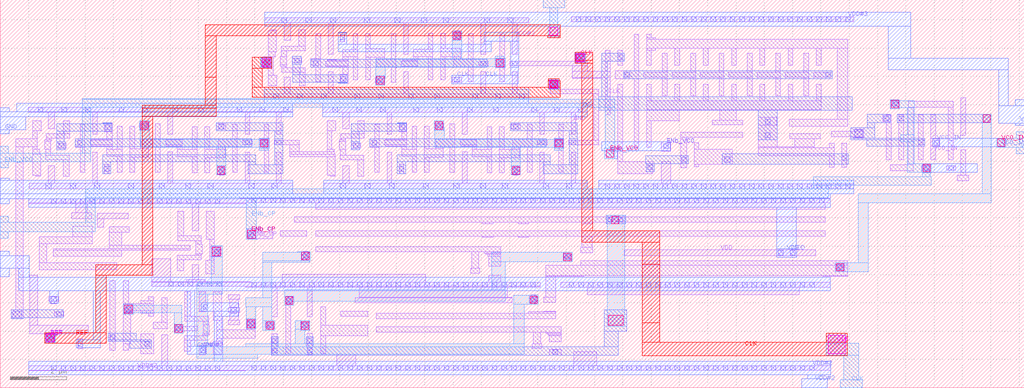
<source format=lef>
VERSION 5.7 ;
  NOWIREEXTENSIONATPIN ON ;
  DIVIDERCHAR "/" ;
  BUSBITCHARS "[]" ;
MACRO user_proj_example
  CLASS CORE ;
  FOREIGN user_proj_example ;
  ORIGIN 0.000 0.000 ;
  SIZE 36.180 BY 13.710 ;
  SITE unithddb1 ;
  PIN GND
    DIRECTION INOUT ;
    USE GROUND ;
    PORT
      LAYER li1 ;
        RECT 10.030 10.380 10.250 10.970 ;
        RECT 11.590 10.380 11.760 11.170 ;
        RECT 14.250 10.380 14.420 11.160 ;
        RECT 16.980 10.380 17.150 11.170 ;
        RECT 18.090 10.380 18.260 11.170 ;
        RECT 9.320 10.210 18.670 10.380 ;
        RECT 0.990 9.740 10.340 9.910 ;
        RECT 11.400 9.740 20.750 9.910 ;
        RECT 1.700 9.150 1.920 9.740 ;
        RECT 3.260 8.950 3.430 9.740 ;
        RECT 5.920 8.960 6.090 9.740 ;
        RECT 8.650 8.950 8.820 9.740 ;
        RECT 9.760 8.950 9.930 9.740 ;
        RECT 12.110 9.150 12.330 9.740 ;
        RECT 13.670 8.950 13.840 9.740 ;
        RECT 16.330 8.960 16.500 9.740 ;
        RECT 19.060 8.950 19.230 9.740 ;
        RECT 20.170 8.950 20.340 9.740 ;
      LAYER mcon ;
        RECT 9.670 10.210 9.840 10.380 ;
        RECT 10.510 10.210 10.680 10.380 ;
        RECT 11.350 10.210 11.520 10.380 ;
        RECT 12.530 10.210 12.700 10.380 ;
        RECT 13.370 10.210 13.540 10.380 ;
        RECT 14.430 10.210 14.600 10.380 ;
        RECT 15.350 10.210 15.520 10.380 ;
        RECT 16.700 10.210 16.870 10.380 ;
        RECT 17.500 10.210 17.670 10.380 ;
        RECT 18.340 10.210 18.510 10.380 ;
        RECT 1.340 9.740 1.510 9.910 ;
        RECT 2.180 9.740 2.350 9.910 ;
        RECT 3.020 9.740 3.190 9.910 ;
        RECT 4.200 9.740 4.370 9.910 ;
        RECT 5.040 9.740 5.210 9.910 ;
        RECT 6.100 9.740 6.270 9.910 ;
        RECT 7.020 9.740 7.190 9.910 ;
        RECT 8.370 9.740 8.540 9.910 ;
        RECT 9.170 9.740 9.340 9.910 ;
        RECT 10.010 9.740 10.180 9.910 ;
        RECT 11.750 9.740 11.920 9.910 ;
        RECT 12.590 9.740 12.760 9.910 ;
        RECT 13.430 9.740 13.600 9.910 ;
        RECT 14.610 9.740 14.780 9.910 ;
        RECT 15.450 9.740 15.620 9.910 ;
        RECT 16.510 9.740 16.680 9.910 ;
        RECT 17.430 9.740 17.600 9.910 ;
        RECT 18.780 9.740 18.950 9.910 ;
        RECT 19.580 9.740 19.750 9.910 ;
        RECT 20.420 9.740 20.590 9.910 ;
      LAYER met1 ;
        RECT 9.320 10.060 18.670 10.540 ;
        RECT 0.000 9.750 0.310 9.890 ;
        RECT 0.590 9.750 10.340 10.060 ;
        RECT 0.000 9.580 10.340 9.750 ;
        RECT 11.400 9.580 20.750 10.060 ;
        RECT 0.000 9.120 0.900 9.580 ;
        RECT 0.000 8.980 0.310 9.120 ;
    END
  END GND
  PIN VDD
    DIRECTION INOUT ;
    USE POWER ;
    PORT
      LAYER li1 ;
        RECT 33.940 8.930 34.110 10.240 ;
        RECT 1.700 7.230 1.930 7.840 ;
        RECT 3.260 7.230 3.430 8.330 ;
        RECT 5.920 7.230 6.090 8.340 ;
        RECT 8.650 7.230 8.820 8.330 ;
        RECT 9.760 7.230 9.930 8.330 ;
        RECT 12.110 7.230 12.340 7.840 ;
        RECT 13.670 7.230 13.840 8.330 ;
        RECT 16.330 7.230 16.500 8.340 ;
        RECT 19.060 7.230 19.230 8.330 ;
        RECT 20.170 7.230 20.340 8.330 ;
        RECT 1.020 7.040 10.340 7.230 ;
        RECT 11.430 7.040 20.750 7.230 ;
        RECT 23.360 7.210 23.700 7.990 ;
        RECT 21.140 7.040 30.160 7.210 ;
        RECT 8.470 6.680 29.330 6.700 ;
        RECT 1.010 6.530 29.330 6.680 ;
        RECT 1.010 6.510 8.680 6.530 ;
        RECT 2.660 6.180 3.080 6.510 ;
        RECT 2.520 5.970 3.230 6.180 ;
        RECT 6.780 5.540 7.010 6.510 ;
        RECT 11.150 6.310 29.150 6.530 ;
        RECT 22.050 4.660 28.820 4.870 ;
      LAYER mcon ;
        RECT 1.610 7.040 1.800 7.230 ;
        RECT 2.470 7.040 2.660 7.230 ;
        RECT 3.330 7.040 3.520 7.230 ;
        RECT 4.530 7.040 4.720 7.230 ;
        RECT 5.610 7.040 5.800 7.230 ;
        RECT 6.550 7.040 6.740 7.230 ;
        RECT 7.330 7.040 7.520 7.230 ;
        RECT 8.780 7.040 8.970 7.230 ;
        RECT 9.600 7.040 9.790 7.230 ;
        RECT 12.020 7.040 12.210 7.230 ;
        RECT 12.880 7.040 13.070 7.230 ;
        RECT 13.740 7.040 13.930 7.230 ;
        RECT 14.940 7.040 15.130 7.230 ;
        RECT 16.020 7.040 16.210 7.230 ;
        RECT 16.960 7.040 17.150 7.230 ;
        RECT 17.740 7.040 17.930 7.230 ;
        RECT 19.190 7.040 19.380 7.230 ;
        RECT 20.010 7.040 20.200 7.230 ;
        RECT 21.370 7.040 21.540 7.210 ;
        RECT 21.710 7.040 21.880 7.210 ;
        RECT 22.050 7.040 22.220 7.210 ;
        RECT 22.390 7.040 22.560 7.210 ;
        RECT 22.730 7.040 22.900 7.210 ;
        RECT 23.070 7.040 23.240 7.210 ;
        RECT 23.410 7.040 23.580 7.210 ;
        RECT 23.750 7.040 23.920 7.210 ;
        RECT 24.090 7.040 24.260 7.210 ;
        RECT 24.430 7.040 24.600 7.210 ;
        RECT 24.770 7.040 24.940 7.210 ;
        RECT 25.110 7.040 25.280 7.210 ;
        RECT 25.450 7.040 25.620 7.210 ;
        RECT 25.790 7.040 25.960 7.210 ;
        RECT 26.130 7.040 26.300 7.210 ;
        RECT 26.470 7.040 26.640 7.210 ;
        RECT 26.810 7.040 26.980 7.210 ;
        RECT 27.150 7.040 27.320 7.210 ;
        RECT 27.490 7.040 27.660 7.210 ;
        RECT 27.830 7.040 28.000 7.210 ;
        RECT 28.170 7.040 28.340 7.210 ;
        RECT 28.510 7.040 28.680 7.210 ;
        RECT 28.850 7.040 29.020 7.210 ;
        RECT 29.190 7.040 29.360 7.210 ;
        RECT 29.530 7.040 29.700 7.210 ;
        RECT 29.870 7.040 30.040 7.210 ;
        RECT 1.810 6.510 1.980 6.680 ;
        RECT 2.150 6.510 2.320 6.680 ;
        RECT 2.490 6.510 2.660 6.680 ;
        RECT 2.830 6.510 3.000 6.680 ;
        RECT 3.170 6.510 3.340 6.680 ;
        RECT 3.510 6.510 3.680 6.680 ;
        RECT 3.850 6.510 4.020 6.680 ;
        RECT 4.190 6.510 4.360 6.680 ;
        RECT 4.530 6.510 4.700 6.680 ;
        RECT 4.870 6.510 5.040 6.680 ;
        RECT 5.210 6.510 5.380 6.680 ;
        RECT 5.550 6.510 5.720 6.680 ;
        RECT 5.890 6.510 6.060 6.680 ;
        RECT 6.230 6.510 6.400 6.680 ;
        RECT 6.570 6.510 6.740 6.680 ;
        RECT 6.910 6.510 7.080 6.680 ;
        RECT 7.250 6.510 7.420 6.680 ;
        RECT 7.590 6.510 7.760 6.680 ;
        RECT 8.880 6.530 9.050 6.700 ;
        RECT 9.220 6.530 9.390 6.700 ;
        RECT 9.560 6.530 9.730 6.700 ;
        RECT 9.900 6.530 10.070 6.700 ;
        RECT 10.240 6.530 10.410 6.700 ;
        RECT 10.580 6.530 10.750 6.700 ;
        RECT 10.920 6.530 11.090 6.700 ;
        RECT 11.260 6.530 11.430 6.700 ;
        RECT 11.600 6.530 11.770 6.700 ;
        RECT 11.940 6.530 12.110 6.700 ;
        RECT 12.280 6.530 12.450 6.700 ;
        RECT 12.620 6.530 12.790 6.700 ;
        RECT 12.960 6.530 13.130 6.700 ;
        RECT 13.300 6.530 13.470 6.700 ;
        RECT 13.640 6.530 13.810 6.700 ;
        RECT 13.980 6.530 14.150 6.700 ;
        RECT 14.320 6.530 14.490 6.700 ;
        RECT 14.660 6.530 14.830 6.700 ;
        RECT 15.000 6.530 15.170 6.700 ;
        RECT 15.340 6.530 15.510 6.700 ;
        RECT 15.680 6.530 15.850 6.700 ;
        RECT 16.020 6.530 16.190 6.700 ;
        RECT 16.360 6.530 16.530 6.700 ;
        RECT 16.700 6.530 16.870 6.700 ;
        RECT 17.040 6.530 17.210 6.700 ;
        RECT 17.380 6.530 17.550 6.700 ;
        RECT 17.720 6.530 17.890 6.700 ;
        RECT 18.060 6.530 18.230 6.700 ;
        RECT 18.400 6.530 18.570 6.700 ;
        RECT 18.740 6.530 18.910 6.700 ;
        RECT 19.080 6.530 19.250 6.700 ;
        RECT 19.420 6.530 19.590 6.700 ;
        RECT 19.760 6.530 19.930 6.700 ;
        RECT 20.100 6.530 20.270 6.700 ;
        RECT 20.440 6.530 20.610 6.700 ;
        RECT 20.780 6.530 20.950 6.700 ;
        RECT 21.120 6.530 21.290 6.700 ;
        RECT 21.460 6.530 21.630 6.700 ;
        RECT 21.800 6.530 21.970 6.700 ;
        RECT 22.140 6.530 22.310 6.700 ;
        RECT 22.480 6.530 22.650 6.700 ;
        RECT 22.820 6.530 22.990 6.700 ;
        RECT 23.160 6.530 23.330 6.700 ;
        RECT 23.500 6.530 23.670 6.700 ;
        RECT 23.840 6.530 24.010 6.700 ;
        RECT 24.180 6.530 24.350 6.700 ;
        RECT 24.520 6.530 24.690 6.700 ;
        RECT 24.860 6.530 25.030 6.700 ;
        RECT 25.200 6.530 25.370 6.700 ;
        RECT 25.540 6.530 25.710 6.700 ;
        RECT 25.880 6.530 26.050 6.700 ;
        RECT 26.220 6.530 26.390 6.700 ;
        RECT 26.560 6.530 26.730 6.700 ;
        RECT 26.900 6.530 27.070 6.700 ;
        RECT 27.240 6.530 27.410 6.700 ;
        RECT 27.580 6.530 27.750 6.700 ;
        RECT 27.920 6.530 28.090 6.700 ;
        RECT 28.260 6.530 28.430 6.700 ;
        RECT 28.600 6.530 28.770 6.700 ;
        RECT 28.940 6.530 29.110 6.700 ;
        RECT 27.490 4.680 27.660 4.850 ;
        RECT 27.920 4.680 28.090 4.850 ;
      LAYER met1 ;
        RECT 0.000 7.340 0.310 7.410 ;
        RECT 0.000 6.860 10.340 7.340 ;
        RECT 11.430 7.030 20.750 7.340 ;
        RECT 21.140 7.030 30.160 7.340 ;
        RECT 11.430 6.860 30.160 7.030 ;
        RECT 0.000 6.670 29.330 6.860 ;
        RECT 0.000 6.500 0.320 6.670 ;
        RECT 1.010 6.380 29.330 6.670 ;
        RECT 27.430 4.920 28.130 6.380 ;
        RECT 27.430 4.620 28.150 4.920 ;
    END
  END VDD
  PIN ENb_CP
    DIRECTION INPUT ;
    USE SIGNAL ;
    ANTENNAGATEAREA 3.024000 ;
    PORT
      LAYER li1 ;
        RECT 31.440 9.940 31.770 10.110 ;
        RECT 32.570 7.660 32.900 7.870 ;
        RECT 33.440 7.680 33.770 7.850 ;
        RECT 8.740 5.520 9.100 5.610 ;
        RECT 8.740 5.510 9.610 5.520 ;
        RECT 8.740 5.270 9.630 5.510 ;
        RECT 8.740 5.260 9.610 5.270 ;
        RECT 8.740 5.250 9.100 5.260 ;
      LAYER mcon ;
        RECT 31.520 9.940 31.690 10.110 ;
        RECT 32.650 7.680 32.820 7.850 ;
        RECT 33.520 7.680 33.690 7.850 ;
        RECT 8.770 5.340 8.940 5.510 ;
      LAYER met1 ;
        RECT 31.450 9.860 31.770 10.180 ;
        RECT 32.580 7.910 32.900 7.920 ;
        RECT 32.580 7.610 34.530 7.910 ;
        RECT 32.580 7.600 32.900 7.610 ;
        RECT 8.690 5.250 9.040 5.610 ;
      LAYER via ;
        RECT 31.480 9.890 31.740 10.150 ;
        RECT 32.610 7.630 32.870 7.890 ;
        RECT 8.720 5.280 9.010 5.570 ;
      LAYER met2 ;
        RECT 31.450 10.140 31.770 10.180 ;
        RECT 31.450 9.890 32.300 10.140 ;
        RECT 31.450 9.860 31.770 9.890 ;
        RECT 32.050 8.940 32.300 9.890 ;
        RECT 31.820 8.700 32.300 8.940 ;
        RECT 32.050 7.910 32.300 8.700 ;
        RECT 32.580 7.910 32.900 7.920 ;
        RECT 32.050 7.610 32.900 7.910 ;
        RECT 32.580 7.600 32.900 7.610 ;
        RECT 32.590 7.450 32.870 7.600 ;
        RECT 28.720 7.150 32.890 7.450 ;
        RECT 28.720 7.030 29.250 7.150 ;
        RECT 3.020 6.710 29.250 7.030 ;
        RECT 0.000 5.840 0.280 6.060 ;
        RECT 3.020 5.840 3.350 6.710 ;
        RECT 0.000 5.520 3.350 5.840 ;
        RECT 0.000 5.290 0.280 5.520 ;
        RECT 8.690 5.250 9.040 6.710 ;
    END
  END ENb_CP
  PIN CLK
    DIRECTION OUTPUT ;
    USE SIGNAL ;
    ANTENNAGATEAREA 0.351000 ;
    ANTENNADIFFAREA 0.469800 ;
    PORT
      LAYER li1 ;
        RECT 12.010 12.220 12.180 12.560 ;
        RECT 20.300 11.770 20.680 11.850 ;
        RECT 20.300 11.540 20.690 11.770 ;
        RECT 18.010 11.370 20.760 11.540 ;
        RECT 20.210 11.180 20.760 11.370 ;
        RECT 21.380 11.180 21.550 11.930 ;
        RECT 15.970 10.800 16.300 10.980 ;
        RECT 20.210 10.950 21.550 11.180 ;
        RECT 20.210 10.940 21.210 10.950 ;
        RECT 21.380 9.650 21.550 10.950 ;
      LAYER mcon ;
        RECT 12.010 12.300 12.180 12.470 ;
        RECT 20.420 11.570 20.590 11.740 ;
        RECT 18.090 11.370 18.260 11.540 ;
        RECT 16.050 10.810 16.220 10.980 ;
      LAYER met1 ;
        RECT 11.950 12.550 12.230 12.560 ;
        RECT 11.950 12.130 12.240 12.550 ;
        RECT 17.100 12.240 18.320 12.560 ;
        RECT 17.100 12.130 17.350 12.240 ;
        RECT 11.950 11.880 17.350 12.130 ;
        RECT 18.030 11.330 18.320 12.240 ;
        RECT 20.340 11.500 20.660 11.820 ;
        RECT 18.030 11.040 18.310 11.330 ;
        RECT 15.960 10.750 18.310 11.040 ;
      LAYER via ;
        RECT 20.370 11.530 20.630 11.790 ;
      LAYER met2 ;
        RECT 20.310 11.470 20.690 11.850 ;
        RECT 29.190 1.570 29.920 1.920 ;
        RECT 29.190 1.140 30.340 1.570 ;
        RECT 29.810 0.280 30.340 1.140 ;
        RECT 29.690 0.000 30.460 0.280 ;
      LAYER via2 ;
        RECT 20.360 11.520 20.640 11.800 ;
        RECT 29.250 1.200 29.850 1.860 ;
      LAYER met3 ;
        RECT 20.310 11.570 20.930 11.850 ;
        RECT 20.310 11.470 20.940 11.570 ;
        RECT 20.550 5.550 20.940 11.470 ;
        RECT 20.550 5.540 22.930 5.550 ;
        RECT 20.550 5.140 23.300 5.540 ;
        RECT 22.680 4.370 23.300 5.140 ;
        RECT 22.680 2.300 23.310 4.370 ;
        RECT 22.690 1.610 23.310 2.300 ;
        RECT 29.190 1.610 29.920 1.920 ;
        RECT 22.690 1.130 29.920 1.610 ;
    END
  END CLK
  PIN ENb_VCO
    DIRECTION INPUT ;
    USE SIGNAL ;
    ANTENNAGATEAREA 0.063000 ;
    PORT
      LAYER li1 ;
        RECT 23.350 8.360 23.700 8.700 ;
      LAYER mcon ;
        RECT 23.440 8.460 23.610 8.630 ;
      LAYER met1 ;
        RECT 21.260 8.380 23.670 8.690 ;
        RECT 21.360 8.100 21.800 8.380 ;
      LAYER via ;
        RECT 21.410 8.150 21.670 8.410 ;
      LAYER met2 ;
        RECT 2.890 10.200 19.740 10.210 ;
        RECT 2.890 9.920 21.720 10.200 ;
        RECT 0.000 8.280 0.280 8.540 ;
        RECT 2.890 8.280 3.200 9.920 ;
        RECT 18.040 9.910 21.720 9.920 ;
        RECT 21.380 8.460 21.720 9.910 ;
        RECT 0.000 7.990 3.200 8.280 ;
        RECT 21.360 8.090 21.720 8.460 ;
        RECT 0.000 7.770 0.280 7.990 ;
    END
  END ENb_VCO
  PIN GND#2
    DIRECTION INOUT ;
    USE GROUND ;
    PORT
      LAYER li1 ;
        RECT 5.350 3.750 6.020 4.560 ;
        RECT 6.790 3.820 7.010 4.340 ;
        RECT 6.570 3.750 7.240 3.820 ;
        RECT 5.350 3.730 8.850 3.750 ;
        RECT 9.970 3.730 15.040 4.010 ;
        RECT 17.270 3.730 17.690 3.980 ;
        RECT 5.350 3.580 19.080 3.730 ;
        RECT 8.680 3.560 19.080 3.580 ;
        RECT 19.810 3.560 29.330 3.730 ;
        RECT 1.790 3.220 2.000 3.240 ;
        RECT 1.710 3.050 2.070 3.220 ;
        RECT 1.790 2.970 2.000 3.050 ;
        RECT 9.600 2.500 9.790 3.560 ;
        RECT 10.840 2.500 11.030 3.560 ;
        RECT 12.680 3.190 17.920 3.560 ;
        RECT 20.750 3.280 28.240 3.560 ;
        RECT 12.680 3.180 18.090 3.190 ;
        RECT 12.550 3.010 18.090 3.180 ;
        RECT 13.290 3.000 18.090 3.010 ;
        RECT 2.740 1.380 2.920 1.740 ;
        RECT 7.040 1.160 7.260 1.490 ;
      LAYER mcon ;
        RECT 5.950 3.580 6.120 3.750 ;
        RECT 6.290 3.580 6.460 3.750 ;
        RECT 6.630 3.580 6.800 3.750 ;
        RECT 6.970 3.580 7.140 3.750 ;
        RECT 7.310 3.580 7.480 3.750 ;
        RECT 7.650 3.580 7.820 3.750 ;
        RECT 8.880 3.560 9.050 3.730 ;
        RECT 9.220 3.560 9.390 3.730 ;
        RECT 9.560 3.560 9.730 3.730 ;
        RECT 9.900 3.560 10.070 3.730 ;
        RECT 10.240 3.560 10.410 3.730 ;
        RECT 10.580 3.560 10.750 3.730 ;
        RECT 10.920 3.560 11.090 3.730 ;
        RECT 11.260 3.560 11.430 3.730 ;
        RECT 11.600 3.560 11.770 3.730 ;
        RECT 11.940 3.560 12.110 3.730 ;
        RECT 12.280 3.560 12.450 3.730 ;
        RECT 12.620 3.560 12.790 3.730 ;
        RECT 12.960 3.560 13.130 3.730 ;
        RECT 13.300 3.560 13.470 3.730 ;
        RECT 13.640 3.560 13.810 3.730 ;
        RECT 13.980 3.560 14.150 3.730 ;
        RECT 14.320 3.560 14.490 3.730 ;
        RECT 14.660 3.560 14.830 3.730 ;
        RECT 15.000 3.560 15.170 3.730 ;
        RECT 15.340 3.560 15.510 3.730 ;
        RECT 15.680 3.560 15.850 3.730 ;
        RECT 16.020 3.560 16.190 3.730 ;
        RECT 16.360 3.560 16.530 3.730 ;
        RECT 16.700 3.560 16.870 3.730 ;
        RECT 17.040 3.560 17.210 3.730 ;
        RECT 17.380 3.560 17.550 3.730 ;
        RECT 17.720 3.560 17.890 3.730 ;
        RECT 18.060 3.560 18.230 3.730 ;
        RECT 18.400 3.560 18.570 3.730 ;
        RECT 18.740 3.560 18.910 3.730 ;
        RECT 20.100 3.560 20.270 3.730 ;
        RECT 20.440 3.560 20.610 3.730 ;
        RECT 20.780 3.560 20.950 3.730 ;
        RECT 21.120 3.560 21.290 3.730 ;
        RECT 21.460 3.560 21.630 3.730 ;
        RECT 21.800 3.560 21.970 3.730 ;
        RECT 22.140 3.560 22.310 3.730 ;
        RECT 22.480 3.560 22.650 3.730 ;
        RECT 22.820 3.560 22.990 3.730 ;
        RECT 23.160 3.560 23.330 3.730 ;
        RECT 23.500 3.560 23.670 3.730 ;
        RECT 23.840 3.560 24.010 3.730 ;
        RECT 24.180 3.560 24.350 3.730 ;
        RECT 24.520 3.560 24.690 3.730 ;
        RECT 24.860 3.560 25.030 3.730 ;
        RECT 25.200 3.560 25.370 3.730 ;
        RECT 25.540 3.560 25.710 3.730 ;
        RECT 25.880 3.560 26.050 3.730 ;
        RECT 26.220 3.560 26.390 3.730 ;
        RECT 26.560 3.560 26.730 3.730 ;
        RECT 26.900 3.560 27.070 3.730 ;
        RECT 27.240 3.560 27.410 3.730 ;
        RECT 27.580 3.560 27.750 3.730 ;
        RECT 27.920 3.560 28.090 3.730 ;
        RECT 28.260 3.560 28.430 3.730 ;
        RECT 28.600 3.560 28.770 3.730 ;
        RECT 1.810 3.050 1.980 3.220 ;
        RECT 2.750 1.470 2.920 1.640 ;
        RECT 7.080 1.240 7.250 1.410 ;
      LAYER met1 ;
        RECT 0.000 4.660 0.310 4.830 ;
        RECT 0.000 4.230 1.020 4.660 ;
        RECT 0.000 3.920 0.310 4.230 ;
        RECT 0.650 3.900 1.020 4.230 ;
        RECT 0.650 3.420 29.330 3.900 ;
        RECT 1.750 2.990 2.050 3.420 ;
        RECT 3.290 1.700 3.530 3.420 ;
        RECT 2.690 1.410 3.530 1.700 ;
        RECT 6.610 1.470 6.880 3.420 ;
        RECT 6.610 1.180 7.280 1.470 ;
    END
  END GND#2
  PIN VDD#2
    DIRECTION INOUT ;
    USE POWER ;
    PORT
      LAYER li1 ;
        RECT 7.030 3.000 7.260 3.390 ;
        RECT 8.050 3.120 8.460 3.290 ;
        RECT 7.030 2.710 7.340 3.000 ;
        RECT 8.110 2.830 8.410 3.120 ;
        RECT 7.030 2.690 7.260 2.710 ;
        RECT 8.050 2.660 8.460 2.830 ;
        RECT 8.110 2.390 8.410 2.660 ;
        RECT 8.050 2.220 8.460 2.390 ;
        RECT 5.700 0.770 5.910 1.880 ;
        RECT 11.890 0.780 12.570 1.190 ;
        RECT 20.270 0.780 21.080 1.280 ;
        RECT 8.470 0.770 29.340 0.780 ;
        RECT 1.010 0.610 29.340 0.770 ;
        RECT 1.010 0.600 8.680 0.610 ;
      LAYER mcon ;
        RECT 7.170 2.770 7.340 2.940 ;
        RECT 8.150 2.640 8.360 2.850 ;
        RECT 1.810 0.600 1.980 0.770 ;
        RECT 2.150 0.600 2.320 0.770 ;
        RECT 2.490 0.600 2.660 0.770 ;
        RECT 2.830 0.600 3.000 0.770 ;
        RECT 3.170 0.600 3.340 0.770 ;
        RECT 3.510 0.600 3.680 0.770 ;
        RECT 3.850 0.600 4.020 0.770 ;
        RECT 4.190 0.600 4.360 0.770 ;
        RECT 4.530 0.600 4.700 0.770 ;
        RECT 4.870 0.600 5.040 0.770 ;
        RECT 5.210 0.600 5.380 0.770 ;
        RECT 5.550 0.600 5.720 0.770 ;
        RECT 5.890 0.600 6.060 0.770 ;
        RECT 6.230 0.600 6.400 0.770 ;
        RECT 6.570 0.600 6.740 0.770 ;
        RECT 6.910 0.600 7.080 0.770 ;
        RECT 7.250 0.600 7.420 0.770 ;
        RECT 7.590 0.600 7.760 0.770 ;
        RECT 8.880 0.610 9.050 0.780 ;
        RECT 9.220 0.610 9.390 0.780 ;
        RECT 9.560 0.610 9.730 0.780 ;
        RECT 9.900 0.610 10.070 0.780 ;
        RECT 10.240 0.610 10.410 0.780 ;
        RECT 10.580 0.610 10.750 0.780 ;
        RECT 10.920 0.610 11.090 0.780 ;
        RECT 11.260 0.610 11.430 0.780 ;
        RECT 11.600 0.610 11.770 0.780 ;
        RECT 11.940 0.610 12.110 0.780 ;
        RECT 12.280 0.610 12.450 0.780 ;
        RECT 12.620 0.610 12.790 0.780 ;
        RECT 12.960 0.610 13.130 0.780 ;
        RECT 13.300 0.610 13.470 0.780 ;
        RECT 13.640 0.610 13.810 0.780 ;
        RECT 13.980 0.610 14.150 0.780 ;
        RECT 14.320 0.610 14.490 0.780 ;
        RECT 14.660 0.610 14.830 0.780 ;
        RECT 15.000 0.610 15.170 0.780 ;
        RECT 15.340 0.610 15.510 0.780 ;
        RECT 15.680 0.610 15.850 0.780 ;
        RECT 16.020 0.610 16.190 0.780 ;
        RECT 16.360 0.610 16.530 0.780 ;
        RECT 16.700 0.610 16.870 0.780 ;
        RECT 17.040 0.610 17.210 0.780 ;
        RECT 17.380 0.610 17.550 0.780 ;
        RECT 17.720 0.610 17.890 0.780 ;
        RECT 18.060 0.610 18.230 0.780 ;
        RECT 18.400 0.610 18.570 0.780 ;
        RECT 18.740 0.610 18.910 0.780 ;
        RECT 19.080 0.610 19.250 0.780 ;
        RECT 19.420 0.610 19.590 0.780 ;
        RECT 19.760 0.610 19.930 0.780 ;
        RECT 20.100 0.610 20.270 0.780 ;
        RECT 20.440 0.610 20.610 0.780 ;
        RECT 20.780 0.610 20.950 0.780 ;
        RECT 21.120 0.610 21.290 0.780 ;
        RECT 21.460 0.610 21.630 0.780 ;
        RECT 21.800 0.610 21.970 0.780 ;
        RECT 22.140 0.610 22.310 0.780 ;
        RECT 22.480 0.610 22.650 0.780 ;
        RECT 22.820 0.610 22.990 0.780 ;
        RECT 23.160 0.610 23.330 0.780 ;
        RECT 23.500 0.610 23.670 0.780 ;
        RECT 23.840 0.610 24.010 0.780 ;
        RECT 24.180 0.610 24.350 0.780 ;
        RECT 24.520 0.610 24.690 0.780 ;
        RECT 24.860 0.610 25.030 0.780 ;
        RECT 25.200 0.610 25.370 0.780 ;
        RECT 25.540 0.610 25.710 0.780 ;
        RECT 25.880 0.610 26.050 0.780 ;
        RECT 26.220 0.610 26.390 0.780 ;
        RECT 26.560 0.610 26.730 0.780 ;
        RECT 26.900 0.610 27.070 0.780 ;
        RECT 27.240 0.610 27.410 0.780 ;
        RECT 27.580 0.610 27.750 0.780 ;
        RECT 27.920 0.610 28.090 0.780 ;
        RECT 28.260 0.610 28.430 0.780 ;
        RECT 28.600 0.610 28.770 0.780 ;
      LAYER met1 ;
        RECT 7.110 2.710 8.420 3.000 ;
        RECT 7.570 2.530 8.420 2.710 ;
        RECT 7.570 0.940 7.870 2.530 ;
        RECT 1.010 0.460 29.340 0.940 ;
        RECT 28.530 0.310 29.040 0.460 ;
        RECT 28.320 0.000 29.230 0.310 ;
    END
  END VDD#2
  PIN VCO_IN
    DIRECTION INPUT ;
    USE SIGNAL ;
    ANTENNADIFFAREA 0.313200 ;
    PORT
      LAYER li1 ;
        RECT 32.880 8.800 33.050 9.650 ;
        RECT 32.880 8.530 33.200 8.800 ;
        RECT 32.880 8.050 33.050 8.530 ;
      LAYER mcon ;
        RECT 33.010 8.570 33.180 8.740 ;
      LAYER met1 ;
        RECT 35.210 8.810 35.530 8.820 ;
        RECT 32.950 8.510 35.530 8.810 ;
        RECT 35.210 8.500 35.530 8.510 ;
      LAYER via ;
        RECT 35.240 8.530 35.500 8.790 ;
      LAYER met2 ;
        RECT 35.900 8.820 36.180 9.040 ;
        RECT 35.210 8.500 36.180 8.820 ;
        RECT 35.900 8.270 36.180 8.500 ;
    END
  END VCO_IN
  PIN VDD#3
    DIRECTION INOUT ;
    USE POWER ;
    PORT
      LAYER li1 ;
        RECT 9.350 12.890 18.670 13.080 ;
        RECT 20.180 12.940 30.160 13.110 ;
        RECT 10.030 12.280 10.260 12.890 ;
        RECT 11.590 11.790 11.760 12.890 ;
        RECT 14.250 11.780 14.420 12.890 ;
        RECT 16.980 11.790 17.150 12.890 ;
        RECT 18.090 11.790 18.260 12.890 ;
      LAYER mcon ;
        RECT 9.940 12.890 10.130 13.080 ;
        RECT 10.800 12.890 10.990 13.080 ;
        RECT 11.660 12.890 11.850 13.080 ;
        RECT 12.860 12.890 13.050 13.080 ;
        RECT 13.940 12.890 14.130 13.080 ;
        RECT 14.880 12.890 15.070 13.080 ;
        RECT 15.660 12.890 15.850 13.080 ;
        RECT 17.110 12.890 17.300 13.080 ;
        RECT 17.930 12.890 18.120 13.080 ;
        RECT 20.350 12.940 20.520 13.110 ;
        RECT 20.690 12.940 20.860 13.110 ;
        RECT 21.030 12.940 21.200 13.110 ;
        RECT 21.370 12.940 21.540 13.110 ;
        RECT 21.710 12.940 21.880 13.110 ;
        RECT 22.050 12.940 22.220 13.110 ;
        RECT 22.390 12.940 22.560 13.110 ;
        RECT 22.730 12.940 22.900 13.110 ;
        RECT 23.070 12.940 23.240 13.110 ;
        RECT 23.410 12.940 23.580 13.110 ;
        RECT 23.750 12.940 23.920 13.110 ;
        RECT 24.090 12.940 24.260 13.110 ;
        RECT 24.430 12.940 24.600 13.110 ;
        RECT 24.770 12.940 24.940 13.110 ;
        RECT 25.110 12.940 25.280 13.110 ;
        RECT 25.450 12.940 25.620 13.110 ;
        RECT 25.790 12.940 25.960 13.110 ;
        RECT 26.130 12.940 26.300 13.110 ;
        RECT 26.470 12.940 26.640 13.110 ;
        RECT 26.810 12.940 26.980 13.110 ;
        RECT 27.150 12.940 27.320 13.110 ;
        RECT 27.490 12.940 27.660 13.110 ;
        RECT 27.830 12.940 28.000 13.110 ;
        RECT 28.170 12.940 28.340 13.110 ;
        RECT 28.510 12.940 28.680 13.110 ;
        RECT 28.850 12.940 29.020 13.110 ;
        RECT 29.190 12.940 29.360 13.110 ;
        RECT 29.530 12.940 29.700 13.110 ;
        RECT 29.870 12.940 30.040 13.110 ;
      LAYER met1 ;
        RECT 18.420 13.260 21.630 13.270 ;
        RECT 9.350 12.780 32.170 13.260 ;
        RECT 31.380 11.650 32.170 12.780 ;
        RECT 31.380 11.640 35.600 11.650 ;
        RECT 31.380 11.240 35.620 11.640 ;
        RECT 31.380 11.230 35.130 11.240 ;
        RECT 35.280 9.960 35.620 11.240 ;
        RECT 35.870 9.960 36.180 10.180 ;
        RECT 35.280 9.340 36.180 9.960 ;
        RECT 35.870 9.270 36.180 9.340 ;
    END
  END VDD#3
  PIN REF
    DIRECTION INPUT ;
    USE SIGNAL ;
    ANTENNAGATEAREA 0.879000 ;
    ANTENNADIFFAREA 0.214500 ;
    PORT
      LAYER li1 ;
        RECT 3.430 5.980 4.530 6.170 ;
        RECT 3.430 5.670 3.660 5.980 ;
        RECT 1.050 2.200 1.320 3.970 ;
        RECT 1.050 1.910 3.110 2.200 ;
        RECT 1.570 1.570 1.950 1.910 ;
      LAYER mcon ;
        RECT 1.680 1.670 1.850 1.840 ;
      LAYER met1 ;
        RECT 1.600 1.600 1.920 1.920 ;
      LAYER via ;
        RECT 1.630 1.630 1.890 1.890 ;
      LAYER met2 ;
        RECT 19.180 13.430 19.950 13.710 ;
        RECT 19.420 12.780 19.700 13.430 ;
        RECT 19.370 12.410 19.750 12.780 ;
        RECT 1.570 1.570 1.950 1.950 ;
      LAYER via2 ;
        RECT 19.420 12.450 19.700 12.730 ;
        RECT 1.620 1.620 1.900 1.900 ;
      LAYER met3 ;
        RECT 7.250 12.440 19.790 12.820 ;
        RECT 7.250 10.970 7.630 12.440 ;
        RECT 19.340 12.360 19.790 12.440 ;
        RECT 7.250 9.980 7.640 10.970 ;
        RECT 5.010 9.870 7.640 9.980 ;
        RECT 5.010 9.600 7.630 9.870 ;
        RECT 5.010 4.350 5.390 9.600 ;
        RECT 3.370 3.970 5.390 4.350 ;
        RECT 3.370 1.950 3.750 3.970 ;
        RECT 1.570 1.570 3.750 1.950 ;
    END
  END REF
  OBS
      LAYER li1 ;
        RECT 9.580 12.610 9.760 12.650 ;
        RECT 9.470 11.870 9.760 12.610 ;
        RECT 10.550 12.070 10.770 12.650 ;
        RECT 9.930 11.900 10.770 12.070 ;
        RECT 9.470 11.700 9.720 11.870 ;
        RECT 9.930 11.700 10.120 11.900 ;
        RECT 9.280 11.310 9.650 11.700 ;
        RECT 9.900 11.410 10.120 11.700 ;
        RECT 10.320 11.480 10.660 11.650 ;
        RECT 11.150 11.620 11.320 12.510 ;
        RECT 12.470 11.940 12.640 12.510 ;
        RECT 9.900 11.360 10.130 11.410 ;
        RECT 9.950 11.310 10.130 11.360 ;
        RECT 10.980 11.320 11.320 11.620 ;
        RECT 12.100 11.690 12.640 11.940 ;
        RECT 11.550 11.580 11.880 11.590 ;
        RECT 12.100 11.580 12.290 11.690 ;
        RECT 11.550 11.540 12.290 11.580 ;
        RECT 11.510 11.370 12.290 11.540 ;
        RECT 11.550 11.340 12.290 11.370 ;
        RECT 9.470 11.040 9.640 11.310 ;
        RECT 9.950 11.140 10.780 11.310 ;
        RECT 9.470 10.680 9.770 11.040 ;
        RECT 10.560 10.680 10.780 11.140 ;
        RECT 11.150 10.810 11.320 11.320 ;
        RECT 12.100 11.070 12.290 11.340 ;
        RECT 12.010 10.760 12.290 11.070 ;
        RECT 12.470 10.880 12.640 11.690 ;
        RECT 12.910 11.970 13.080 12.510 ;
        RECT 12.910 11.680 13.580 11.970 ;
        RECT 12.910 10.880 13.080 11.680 ;
        RECT 13.300 11.620 13.580 11.680 ;
        RECT 13.810 11.620 13.980 12.500 ;
        RECT 15.120 11.960 15.290 12.520 ;
        RECT 13.300 11.330 13.980 11.620 ;
        RECT 14.590 11.690 15.290 11.960 ;
        RECT 14.590 11.600 14.760 11.690 ;
        RECT 14.550 11.580 14.760 11.600 ;
        RECT 14.210 11.530 14.760 11.580 ;
        RECT 14.170 11.360 14.760 11.530 ;
        RECT 14.210 11.330 14.760 11.360 ;
        RECT 13.250 10.770 13.580 10.940 ;
        RECT 13.810 10.800 13.980 11.330 ;
        RECT 15.120 10.890 15.290 11.690 ;
        RECT 15.560 11.990 15.730 12.520 ;
        RECT 16.060 12.280 16.230 12.610 ;
        RECT 15.560 11.690 16.280 11.990 ;
        RECT 15.560 10.890 15.730 11.690 ;
        RECT 16.030 11.630 16.280 11.690 ;
        RECT 16.540 11.630 16.710 12.510 ;
        RECT 16.030 11.330 16.710 11.630 ;
        RECT 17.650 11.620 17.820 12.510 ;
        RECT 16.900 11.370 17.240 11.540 ;
        RECT 16.540 10.810 16.710 11.330 ;
        RECT 17.520 11.320 17.820 11.620 ;
        RECT 21.820 11.390 21.990 11.930 ;
        RECT 17.650 10.810 17.820 11.320 ;
        RECT 22.400 11.210 22.570 12.490 ;
        RECT 22.840 12.360 23.010 12.490 ;
        RECT 22.840 12.310 23.160 12.360 ;
        RECT 22.840 11.990 29.950 12.310 ;
        RECT 22.840 11.930 23.160 11.990 ;
        RECT 22.840 11.400 23.010 11.930 ;
        RECT 21.730 10.920 22.570 11.210 ;
        RECT 23.400 11.150 23.570 11.820 ;
        RECT 23.840 11.400 24.010 11.990 ;
        RECT 24.400 11.150 24.570 11.820 ;
        RECT 24.840 11.400 25.010 11.990 ;
        RECT 25.400 11.150 25.570 11.820 ;
        RECT 25.840 11.400 26.010 11.990 ;
        RECT 26.400 11.150 26.570 11.820 ;
        RECT 26.840 11.400 27.010 11.990 ;
        RECT 27.400 11.150 27.570 11.820 ;
        RECT 27.840 11.400 28.010 11.990 ;
        RECT 28.400 11.150 28.570 11.820 ;
        RECT 28.840 11.400 29.010 11.990 ;
        RECT 22.740 10.980 23.570 11.150 ;
        RECT 23.740 10.980 24.570 11.150 ;
        RECT 24.740 10.980 25.570 11.150 ;
        RECT 25.740 10.980 26.570 11.150 ;
        RECT 26.740 10.980 27.570 11.150 ;
        RECT 27.740 10.980 28.570 11.150 ;
        RECT 28.740 10.980 29.340 11.150 ;
        RECT 19.440 10.550 19.790 10.840 ;
        RECT 19.440 10.380 21.140 10.550 ;
        RECT 1.140 9.080 1.440 9.440 ;
        RECT 1.140 8.800 1.310 9.080 ;
        RECT 2.230 8.980 2.450 9.440 ;
        RECT 0.540 8.520 1.310 8.800 ;
        RECT 1.620 8.810 2.450 8.980 ;
        RECT 1.620 8.760 1.800 8.810 ;
        RECT 2.820 8.800 2.990 9.310 ;
        RECT 3.680 9.050 3.960 9.360 ;
        RECT 0.540 2.750 0.820 8.520 ;
        RECT 1.140 8.420 1.310 8.520 ;
        RECT 1.570 8.710 1.800 8.760 ;
        RECT 1.570 8.420 1.790 8.710 ;
        RECT 1.990 8.470 2.330 8.640 ;
        RECT 2.650 8.500 2.990 8.800 ;
        RECT 3.770 8.780 3.960 9.050 ;
        RECT 3.220 8.750 3.960 8.780 ;
        RECT 3.180 8.580 3.960 8.750 ;
        RECT 3.220 8.540 3.960 8.580 ;
        RECT 3.220 8.530 3.550 8.540 ;
        RECT 1.140 8.250 1.390 8.420 ;
        RECT 1.140 7.510 1.430 8.250 ;
        RECT 1.600 8.220 1.790 8.420 ;
        RECT 1.600 8.050 2.440 8.220 ;
        RECT 1.250 7.470 1.430 7.510 ;
        RECT 2.220 7.470 2.440 8.050 ;
        RECT 2.820 7.610 2.990 8.500 ;
        RECT 3.770 8.430 3.960 8.540 ;
        RECT 4.140 8.430 4.310 9.240 ;
        RECT 3.770 8.180 4.310 8.430 ;
        RECT 3.680 7.560 3.850 7.900 ;
        RECT 4.140 7.610 4.310 8.180 ;
        RECT 4.580 8.440 4.750 9.240 ;
        RECT 4.920 9.180 5.250 9.350 ;
        RECT 5.480 8.790 5.650 9.320 ;
        RECT 4.970 8.500 5.650 8.790 ;
        RECT 5.880 8.760 6.430 8.790 ;
        RECT 5.840 8.590 6.430 8.760 ;
        RECT 5.880 8.540 6.430 8.590 ;
        RECT 6.220 8.520 6.430 8.540 ;
        RECT 4.970 8.440 5.250 8.500 ;
        RECT 4.580 8.150 5.250 8.440 ;
        RECT 4.580 7.610 4.750 8.150 ;
        RECT 5.480 7.620 5.650 8.500 ;
        RECT 6.260 8.430 6.430 8.520 ;
        RECT 6.790 8.430 6.960 9.230 ;
        RECT 6.260 8.160 6.960 8.430 ;
        RECT 6.790 7.600 6.960 8.160 ;
        RECT 7.230 8.430 7.400 9.230 ;
        RECT 7.640 9.140 7.970 9.320 ;
        RECT 8.210 8.790 8.380 9.310 ;
        RECT 9.320 8.800 9.490 9.310 ;
        RECT 7.700 8.490 8.380 8.790 ;
        RECT 8.570 8.580 8.910 8.750 ;
        RECT 9.190 8.500 9.490 8.800 ;
        RECT 11.550 9.080 11.850 9.440 ;
        RECT 9.680 8.580 10.560 8.750 ;
        RECT 7.700 8.430 7.950 8.490 ;
        RECT 7.230 8.130 7.950 8.430 ;
        RECT 7.230 7.600 7.400 8.130 ;
        RECT 7.730 7.510 7.900 7.840 ;
        RECT 8.210 7.610 8.380 8.490 ;
        RECT 9.320 7.610 9.490 8.500 ;
        RECT 10.230 8.340 10.560 8.580 ;
        RECT 11.550 8.420 11.720 9.080 ;
        RECT 12.640 8.980 12.860 9.440 ;
        RECT 12.030 8.810 12.860 8.980 ;
        RECT 12.030 8.760 12.210 8.810 ;
        RECT 13.230 8.800 13.400 9.310 ;
        RECT 14.090 9.050 14.370 9.360 ;
        RECT 11.980 8.710 12.210 8.760 ;
        RECT 11.980 8.420 12.200 8.710 ;
        RECT 12.400 8.470 12.740 8.640 ;
        RECT 13.060 8.500 13.400 8.800 ;
        RECT 14.180 8.780 14.370 9.050 ;
        RECT 13.630 8.750 14.370 8.780 ;
        RECT 13.590 8.580 14.370 8.750 ;
        RECT 13.630 8.540 14.370 8.580 ;
        RECT 13.630 8.530 13.960 8.540 ;
        RECT 11.550 8.340 11.800 8.420 ;
        RECT 10.230 8.250 11.800 8.340 ;
        RECT 10.230 8.170 11.840 8.250 ;
        RECT 11.550 7.510 11.840 8.170 ;
        RECT 12.010 8.220 12.200 8.420 ;
        RECT 12.010 8.050 12.850 8.220 ;
        RECT 11.660 7.470 11.840 7.510 ;
        RECT 12.630 7.470 12.850 8.050 ;
        RECT 13.230 7.610 13.400 8.500 ;
        RECT 14.180 8.430 14.370 8.540 ;
        RECT 14.550 8.430 14.720 9.240 ;
        RECT 14.180 8.180 14.720 8.430 ;
        RECT 14.090 7.560 14.260 7.900 ;
        RECT 14.550 7.610 14.720 8.180 ;
        RECT 14.990 8.440 15.160 9.240 ;
        RECT 15.330 9.180 15.660 9.350 ;
        RECT 15.890 8.790 16.060 9.320 ;
        RECT 15.380 8.500 16.060 8.790 ;
        RECT 16.290 8.760 16.840 8.790 ;
        RECT 16.250 8.590 16.840 8.760 ;
        RECT 16.290 8.540 16.840 8.590 ;
        RECT 16.630 8.520 16.840 8.540 ;
        RECT 15.380 8.440 15.660 8.500 ;
        RECT 14.990 8.150 15.660 8.440 ;
        RECT 14.990 7.610 15.160 8.150 ;
        RECT 15.890 7.620 16.060 8.500 ;
        RECT 16.670 8.430 16.840 8.520 ;
        RECT 17.200 8.430 17.370 9.230 ;
        RECT 16.670 8.160 17.370 8.430 ;
        RECT 17.200 7.600 17.370 8.160 ;
        RECT 17.640 8.430 17.810 9.230 ;
        RECT 18.050 9.140 18.380 9.320 ;
        RECT 18.620 8.790 18.790 9.310 ;
        RECT 19.730 8.800 19.900 9.310 ;
        RECT 18.110 8.490 18.790 8.790 ;
        RECT 18.980 8.580 19.320 8.750 ;
        RECT 19.600 8.500 19.900 8.800 ;
        RECT 20.970 8.750 21.140 10.380 ;
        RECT 20.090 8.580 21.140 8.750 ;
        RECT 18.110 8.430 18.360 8.490 ;
        RECT 17.640 8.130 18.360 8.430 ;
        RECT 17.640 7.600 17.810 8.130 ;
        RECT 18.140 7.510 18.310 7.840 ;
        RECT 18.620 7.610 18.790 8.490 ;
        RECT 19.730 7.610 19.900 8.500 ;
        RECT 21.820 7.990 21.990 10.730 ;
        RECT 22.400 8.500 22.570 10.920 ;
        RECT 22.840 10.140 23.010 10.730 ;
        RECT 23.400 10.310 23.570 10.980 ;
        RECT 23.840 10.140 24.010 10.730 ;
        RECT 24.400 10.310 24.570 10.980 ;
        RECT 24.840 10.140 25.010 10.730 ;
        RECT 25.400 10.310 25.570 10.980 ;
        RECT 25.840 10.140 26.010 10.730 ;
        RECT 26.400 10.310 26.570 10.980 ;
        RECT 26.840 10.140 27.010 10.730 ;
        RECT 27.400 10.310 27.570 10.980 ;
        RECT 27.840 10.140 28.010 10.730 ;
        RECT 28.400 10.310 28.570 10.980 ;
        RECT 28.840 10.140 29.010 10.730 ;
        RECT 22.840 9.820 29.010 10.140 ;
        RECT 22.840 9.430 23.990 9.820 ;
        RECT 25.420 9.460 26.010 9.820 ;
        RECT 22.840 8.500 23.010 9.430 ;
        RECT 25.150 9.290 26.230 9.460 ;
        RECT 26.790 9.270 27.440 9.560 ;
        RECT 29.580 9.490 29.950 11.990 ;
        RECT 32.090 9.920 33.670 10.130 ;
        RECT 31.310 9.630 31.480 9.650 ;
        RECT 24.050 8.850 26.230 9.020 ;
        RECT 21.820 7.570 23.060 7.990 ;
        RECT 24.050 7.770 24.250 8.850 ;
        RECT 26.780 8.770 27.450 9.270 ;
        RECT 27.880 9.240 29.950 9.490 ;
        RECT 31.190 9.400 31.480 9.630 ;
        RECT 30.150 9.070 30.510 9.130 ;
        RECT 27.890 8.800 28.970 8.970 ;
        RECT 29.360 8.870 30.510 9.070 ;
        RECT 30.150 8.840 30.510 8.870 ;
        RECT 24.520 8.420 24.690 8.650 ;
        RECT 26.790 8.520 27.450 8.770 ;
        RECT 28.070 8.520 28.770 8.800 ;
        RECT 26.790 8.480 28.770 8.520 ;
        RECT 29.300 8.480 29.470 8.640 ;
        RECT 24.520 7.900 25.860 8.420 ;
        RECT 26.790 8.200 29.470 8.480 ;
        RECT 24.520 7.810 24.690 7.900 ;
        RECT 29.300 7.800 29.470 8.200 ;
        RECT 29.740 7.800 29.910 8.640 ;
        RECT 31.310 8.050 31.480 9.400 ;
        RECT 31.750 8.050 31.920 9.650 ;
        RECT 32.090 7.880 32.260 9.920 ;
        RECT 32.440 8.050 32.610 9.650 ;
        RECT 33.500 8.050 33.670 9.920 ;
        RECT 31.440 7.670 32.260 7.880 ;
        RECT 33.940 7.510 34.110 8.410 ;
        RECT 33.820 7.310 34.230 7.510 ;
        RECT 2.560 5.340 3.250 5.700 ;
        RECT 1.380 5.090 3.250 5.340 ;
        RECT 3.850 5.500 4.560 5.690 ;
        RECT 1.380 4.410 1.650 5.090 ;
        RECT 3.850 5.030 4.290 5.500 ;
        RECT 6.270 5.370 6.490 6.240 ;
        RECT 6.270 5.200 7.110 5.370 ;
        RECT 7.280 5.240 7.570 6.240 ;
        RECT 10.390 5.850 29.150 6.040 ;
        RECT 17.040 5.800 17.420 5.850 ;
        RECT 18.300 5.800 18.680 5.850 ;
        RECT 20.540 5.800 20.920 5.850 ;
        RECT 9.890 5.360 10.830 5.550 ;
        RECT 11.150 5.360 29.150 5.550 ;
        RECT 17.040 5.310 17.420 5.360 ;
        RECT 18.300 5.310 18.680 5.360 ;
        RECT 6.910 5.070 7.110 5.200 ;
        RECT 3.850 4.910 6.720 5.030 ;
        RECT 1.880 4.860 6.720 4.910 ;
        RECT 1.880 4.650 4.300 4.860 ;
        RECT 6.910 4.730 7.140 5.070 ;
        RECT 7.400 4.980 7.570 5.240 ;
        RECT 6.910 4.690 7.100 4.730 ;
        RECT 6.260 4.520 7.100 4.690 ;
        RECT 7.400 4.650 7.770 4.980 ;
        RECT 1.380 4.170 4.110 4.410 ;
        RECT 6.260 4.140 6.480 4.520 ;
        RECT 7.400 4.500 7.570 4.650 ;
        RECT 7.270 4.020 7.570 4.500 ;
        RECT 10.710 4.490 10.880 4.820 ;
        RECT 11.150 4.810 17.690 4.980 ;
        RECT 20.540 4.960 20.920 5.360 ;
        RECT 16.660 4.220 16.910 4.810 ;
        RECT 17.100 4.760 17.690 4.810 ;
        RECT 20.520 4.770 20.940 4.960 ;
        RECT 17.150 4.710 17.690 4.760 ;
        RECT 17.220 4.650 17.690 4.710 ;
        RECT 17.270 4.290 17.690 4.650 ;
        RECT 19.890 4.540 20.220 4.710 ;
        RECT 20.520 4.330 29.950 4.480 ;
        RECT 16.620 4.050 16.950 4.220 ;
        RECT 19.280 3.950 29.950 4.330 ;
        RECT 19.280 3.940 20.630 3.950 ;
        RECT 29.070 3.940 29.950 3.950 ;
        RECT 0.390 2.440 0.820 2.750 ;
        RECT 1.910 2.520 2.240 2.690 ;
        RECT 3.870 1.320 4.060 3.780 ;
        RECT 4.350 2.970 4.540 3.780 ;
        RECT 5.230 3.080 5.420 3.210 ;
        RECT 4.960 2.970 5.420 3.080 ;
        RECT 4.350 2.720 5.420 2.970 ;
        RECT 4.350 2.660 4.650 2.720 ;
        RECT 4.350 1.550 4.610 2.660 ;
        RECT 4.960 2.640 5.420 2.720 ;
        RECT 5.230 2.530 5.420 2.640 ;
        RECT 5.710 2.310 5.900 3.180 ;
        RECT 6.520 2.520 6.740 3.390 ;
        RECT 6.520 2.350 7.360 2.520 ;
        RECT 7.530 2.390 7.820 3.390 ;
        RECT 5.400 2.080 5.900 2.310 ;
        RECT 7.170 2.220 7.360 2.350 ;
        RECT 6.150 2.010 6.970 2.180 ;
        RECT 7.170 1.930 7.390 2.220 ;
        RECT 4.350 1.320 4.540 1.550 ;
        RECT 4.970 1.210 5.430 1.900 ;
        RECT 7.160 1.880 7.390 1.930 ;
        RECT 7.650 2.050 7.820 2.390 ;
        RECT 10.080 2.960 10.340 3.220 ;
        RECT 8.710 2.050 9.010 2.370 ;
        RECT 9.370 2.120 9.700 2.290 ;
        RECT 7.160 1.840 7.340 1.880 ;
        RECT 6.510 1.670 7.340 1.840 ;
        RECT 7.650 1.750 9.010 2.050 ;
        RECT 6.510 1.290 6.730 1.670 ;
        RECT 7.650 1.650 7.820 1.750 ;
        RECT 7.520 1.170 7.820 1.650 ;
        RECT 9.600 1.150 9.790 1.910 ;
        RECT 10.080 1.190 10.270 2.960 ;
        RECT 18.770 2.950 18.940 3.280 ;
        RECT 19.280 3.190 19.630 3.940 ;
        RECT 19.210 3.020 19.630 3.190 ;
        RECT 10.610 2.120 10.940 2.290 ;
        RECT 11.320 2.200 11.510 2.860 ;
        RECT 12.040 2.520 12.990 2.710 ;
        RECT 19.210 2.680 19.630 2.710 ;
        RECT 18.660 2.630 19.630 2.680 ;
        RECT 13.290 2.440 19.630 2.630 ;
        RECT 10.840 1.160 11.030 1.920 ;
        RECT 11.320 1.840 12.980 2.200 ;
        RECT 13.290 1.960 19.820 2.150 ;
        RECT 11.320 1.200 11.510 1.840 ;
        RECT 18.840 1.560 19.090 1.960 ;
        RECT 19.270 1.920 19.820 1.960 ;
        RECT 19.340 1.880 19.820 1.920 ;
        RECT 19.390 1.830 19.820 1.880 ;
        RECT 19.400 1.630 19.820 1.830 ;
        RECT 18.800 1.390 19.130 1.560 ;
        RECT 19.400 1.150 19.820 1.360 ;
      LAYER mcon ;
        RECT 9.320 11.400 9.490 11.570 ;
        RECT 10.400 11.480 10.570 11.650 ;
        RECT 11.060 11.380 11.230 11.550 ;
        RECT 12.040 10.830 12.210 11.000 ;
        RECT 13.330 10.770 13.500 10.940 ;
        RECT 16.060 12.350 16.230 12.530 ;
        RECT 16.980 11.370 17.150 11.540 ;
        RECT 17.590 11.380 17.760 11.550 ;
        RECT 21.820 11.590 21.990 11.760 ;
        RECT 22.070 10.980 22.240 11.150 ;
        RECT 29.170 10.980 29.340 11.150 ;
        RECT 19.480 10.640 19.650 10.810 ;
        RECT 3.710 9.120 3.880 9.290 ;
        RECT 2.070 8.470 2.240 8.640 ;
        RECT 2.730 8.570 2.900 8.740 ;
        RECT 3.680 7.650 3.850 7.820 ;
        RECT 5.000 9.180 5.170 9.350 ;
        RECT 7.720 9.140 7.890 9.310 ;
        RECT 8.650 8.580 8.820 8.750 ;
        RECT 9.260 8.570 9.430 8.740 ;
        RECT 9.760 8.580 9.930 8.750 ;
        RECT 7.730 7.590 7.900 7.770 ;
        RECT 14.120 9.120 14.290 9.290 ;
        RECT 12.480 8.470 12.650 8.640 ;
        RECT 13.140 8.570 13.310 8.740 ;
        RECT 14.090 7.650 14.260 7.820 ;
        RECT 15.410 9.180 15.580 9.350 ;
        RECT 18.130 9.140 18.300 9.310 ;
        RECT 19.060 8.580 19.230 8.750 ;
        RECT 19.670 8.570 19.840 8.740 ;
        RECT 20.170 8.580 20.340 8.750 ;
        RECT 18.140 7.590 18.310 7.770 ;
        RECT 27.040 9.310 27.210 9.480 ;
        RECT 31.220 9.430 31.390 9.600 ;
        RECT 27.040 8.840 27.210 9.010 ;
        RECT 30.190 8.860 30.480 9.110 ;
        RECT 22.880 7.700 23.050 7.870 ;
        RECT 24.080 7.970 24.250 8.140 ;
        RECT 25.580 7.960 25.800 8.160 ;
        RECT 29.740 8.030 29.910 8.200 ;
        RECT 31.750 9.430 31.920 9.600 ;
        RECT 32.440 8.590 32.610 8.760 ;
        RECT 21.480 5.860 21.650 6.030 ;
        RECT 21.820 5.860 21.990 6.030 ;
        RECT 7.560 4.730 7.730 4.900 ;
        RECT 10.710 4.570 10.880 4.740 ;
        RECT 19.970 4.540 20.140 4.710 ;
        RECT 29.580 4.170 29.750 4.340 ;
        RECT 0.450 2.480 0.760 2.700 ;
        RECT 1.990 2.520 2.160 2.690 ;
        RECT 3.880 1.700 4.050 1.870 ;
        RECT 4.440 2.690 4.610 2.860 ;
        RECT 6.210 2.010 6.380 2.180 ;
        RECT 10.130 3.000 10.300 3.170 ;
        RECT 18.770 3.030 18.940 3.200 ;
        RECT 8.780 2.170 8.950 2.340 ;
        RECT 9.450 2.120 9.620 2.290 ;
        RECT 5.100 1.460 5.270 1.630 ;
        RECT 9.610 1.570 9.780 1.740 ;
        RECT 9.610 1.230 9.780 1.400 ;
        RECT 10.690 2.120 10.860 2.290 ;
        RECT 10.850 1.580 11.020 1.750 ;
        RECT 10.850 1.240 11.020 1.410 ;
        RECT 19.530 1.180 19.700 1.350 ;
      LAYER met1 ;
        RECT 15.980 12.280 16.300 12.600 ;
        RECT 9.230 11.320 9.580 11.660 ;
        RECT 10.320 11.430 10.630 11.710 ;
        RECT 10.330 11.060 10.600 11.430 ;
        RECT 10.980 11.320 17.210 11.600 ;
        RECT 17.490 11.300 17.840 11.650 ;
        RECT 21.250 11.530 22.050 11.820 ;
        RECT 10.330 10.790 12.270 11.060 ;
        RECT 11.950 10.770 12.270 10.790 ;
        RECT 11.950 10.760 12.260 10.770 ;
        RECT 13.260 10.690 13.590 11.020 ;
        RECT 19.400 10.570 19.720 10.890 ;
        RECT 21.250 10.290 21.450 11.530 ;
        RECT 22.040 11.200 29.400 11.210 ;
        RECT 22.030 10.920 29.400 11.200 ;
        RECT 21.140 9.810 30.110 10.290 ;
        RECT 3.620 9.350 3.930 9.360 ;
        RECT 3.620 9.330 3.940 9.350 ;
        RECT 2.000 9.060 3.940 9.330 ;
        RECT 4.930 9.100 5.260 9.430 ;
        RECT 7.630 9.080 9.980 9.370 ;
        RECT 14.030 9.350 14.340 9.360 ;
        RECT 14.030 9.330 14.350 9.350 ;
        RECT 2.000 8.690 2.270 9.060 ;
        RECT 1.990 8.410 2.300 8.690 ;
        RECT 2.650 8.520 8.880 8.800 ;
        RECT 9.160 8.470 9.510 8.820 ;
        RECT 9.700 8.790 9.980 9.080 ;
        RECT 12.410 9.060 14.350 9.330 ;
        RECT 15.340 9.100 15.670 9.430 ;
        RECT 18.040 9.080 20.390 9.370 ;
        RECT 3.620 7.990 9.020 8.240 ;
        RECT 3.620 7.570 3.910 7.990 ;
        RECT 8.770 7.880 9.020 7.990 ;
        RECT 9.700 7.880 9.990 8.790 ;
        RECT 12.410 8.690 12.680 9.060 ;
        RECT 12.400 8.410 12.710 8.690 ;
        RECT 13.060 8.520 19.290 8.800 ;
        RECT 19.570 8.470 19.920 8.820 ;
        RECT 20.110 8.790 20.390 9.080 ;
        RECT 3.620 7.560 3.900 7.570 ;
        RECT 7.650 7.520 7.970 7.840 ;
        RECT 8.770 7.560 9.990 7.880 ;
        RECT 14.030 7.990 19.430 8.240 ;
        RECT 14.030 7.570 14.320 7.990 ;
        RECT 19.180 7.880 19.430 7.990 ;
        RECT 20.110 7.880 20.400 8.790 ;
        RECT 26.780 8.770 27.450 9.810 ;
        RECT 30.630 9.370 31.450 9.660 ;
        RECT 31.690 9.370 35.020 9.660 ;
        RECT 30.630 9.190 30.900 9.370 ;
        RECT 30.050 8.820 30.900 9.190 ;
        RECT 30.050 8.770 32.670 8.820 ;
        RECT 26.790 8.760 27.440 8.770 ;
        RECT 30.610 8.530 32.670 8.770 ;
        RECT 22.810 7.920 24.310 8.190 ;
        RECT 14.030 7.560 14.310 7.570 ;
        RECT 18.060 7.520 18.380 7.840 ;
        RECT 19.180 7.560 20.400 7.880 ;
        RECT 22.820 7.640 23.110 7.920 ;
        RECT 25.520 7.900 29.970 8.260 ;
        RECT 21.420 5.800 22.100 6.090 ;
        RECT 7.450 4.630 7.850 5.010 ;
        RECT 10.630 4.490 10.950 4.810 ;
        RECT 19.890 4.480 20.210 4.780 ;
        RECT 29.510 4.100 29.830 4.420 ;
        RECT 0.390 2.470 2.220 2.750 ;
        RECT 4.350 2.600 4.700 2.950 ;
        RECT 10.050 2.920 10.370 3.240 ;
        RECT 18.690 2.950 19.010 3.270 ;
        RECT 0.390 2.440 0.820 2.470 ;
        RECT 6.140 1.930 6.460 2.250 ;
        RECT 8.700 2.090 9.030 2.430 ;
        RECT 9.380 2.040 9.700 2.360 ;
        RECT 10.610 2.040 10.930 2.360 ;
        RECT 21.350 2.000 22.140 2.750 ;
        RECT 3.820 1.690 4.800 1.930 ;
        RECT 3.820 1.640 5.330 1.690 ;
        RECT 4.570 1.400 5.330 1.640 ;
        RECT 9.570 1.450 9.820 1.800 ;
        RECT 10.810 1.450 11.060 1.810 ;
        RECT 21.350 1.450 21.830 2.000 ;
        RECT 9.570 1.150 21.830 1.450 ;
      LAYER via ;
        RECT 16.010 12.310 16.270 12.570 ;
        RECT 9.260 11.350 9.540 11.630 ;
        RECT 17.530 11.350 17.790 11.610 ;
        RECT 13.290 10.720 13.560 10.990 ;
        RECT 19.430 10.600 19.690 10.860 ;
        RECT 4.960 9.130 5.230 9.400 ;
        RECT 9.200 8.510 9.460 8.770 ;
        RECT 15.370 9.130 15.640 9.400 ;
        RECT 19.610 8.510 19.870 8.770 ;
        RECT 7.680 7.550 7.940 7.810 ;
        RECT 34.730 9.390 34.990 9.650 ;
        RECT 18.090 7.550 18.350 7.810 ;
        RECT 21.600 5.800 21.860 6.060 ;
        RECT 7.490 4.670 7.800 4.970 ;
        RECT 10.660 4.520 10.920 4.780 ;
        RECT 19.920 4.490 20.180 4.750 ;
        RECT 29.540 4.130 29.800 4.390 ;
        RECT 10.080 2.950 10.340 3.210 ;
        RECT 18.720 2.980 18.980 3.240 ;
        RECT 4.380 2.630 4.670 2.920 ;
        RECT 6.170 1.960 6.430 2.220 ;
        RECT 8.730 2.120 9.000 2.400 ;
        RECT 9.410 2.070 9.670 2.330 ;
        RECT 10.640 2.070 10.900 2.330 ;
        RECT 21.480 2.200 22.020 2.560 ;
      LAYER met2 ;
        RECT 9.210 11.290 9.600 11.680 ;
        RECT 15.980 11.630 16.300 12.570 ;
        RECT 17.490 11.650 17.820 11.720 ;
        RECT 17.490 11.630 17.840 11.650 ;
        RECT 13.270 11.340 17.840 11.630 ;
        RECT 13.270 10.990 13.600 11.340 ;
        RECT 17.490 11.300 17.840 11.340 ;
        RECT 13.260 10.930 13.600 10.990 ;
        RECT 13.260 10.690 13.590 10.930 ;
        RECT 19.370 10.540 19.750 10.920 ;
        RECT 4.930 9.190 5.260 9.430 ;
        RECT 15.340 9.190 15.670 9.430 ;
        RECT 4.930 9.130 5.270 9.190 ;
        RECT 15.340 9.130 15.680 9.190 ;
        RECT 4.940 8.780 5.270 9.130 ;
        RECT 9.160 8.780 9.510 8.820 ;
        RECT 4.940 8.490 9.510 8.780 ;
        RECT 15.350 8.780 15.680 9.130 ;
        RECT 19.570 8.780 19.920 8.820 ;
        RECT 15.350 8.490 19.920 8.780 ;
        RECT 7.650 7.550 7.970 8.490 ;
        RECT 9.160 8.470 9.510 8.490 ;
        RECT 9.160 8.400 9.490 8.470 ;
        RECT 18.060 7.550 18.380 8.490 ;
        RECT 19.570 8.470 19.920 8.490 ;
        RECT 19.570 8.400 19.900 8.470 ;
        RECT 34.700 6.860 35.020 9.660 ;
        RECT 30.320 6.540 35.020 6.860 ;
        RECT 7.450 3.700 7.850 5.010 ;
        RECT 10.510 4.790 10.950 4.810 ;
        RECT 6.940 3.300 7.850 3.700 ;
        RECT 9.270 4.490 10.950 4.790 ;
        RECT 9.270 4.430 10.940 4.490 ;
        RECT 17.370 4.460 20.210 4.780 ;
        RECT 4.350 2.920 4.700 2.950 ;
        RECT 4.350 2.650 6.410 2.920 ;
        RECT 4.350 2.600 4.700 2.650 ;
        RECT 6.150 2.250 6.410 2.650 ;
        RECT 6.140 1.930 6.460 2.250 ;
        RECT 6.940 1.440 7.340 3.300 ;
        RECT 9.270 3.180 9.590 4.430 ;
        RECT 17.370 3.460 17.840 4.460 ;
        RECT 8.680 2.870 9.590 3.180 ;
        RECT 10.050 3.060 17.840 3.460 ;
        RECT 10.050 2.920 10.370 3.060 ;
        RECT 18.140 2.950 19.010 3.270 ;
        RECT 8.700 2.090 9.030 2.870 ;
        RECT 9.270 2.360 9.590 2.870 ;
        RECT 9.270 2.040 9.700 2.360 ;
        RECT 10.430 2.070 10.930 2.360 ;
        RECT 10.430 1.560 10.760 2.070 ;
        RECT 18.140 1.560 18.510 2.950 ;
        RECT 21.450 2.170 22.060 6.090 ;
        RECT 30.320 4.420 30.670 6.540 ;
        RECT 29.510 4.100 30.670 4.420 ;
        RECT 10.430 1.550 18.510 1.560 ;
        RECT 8.680 1.440 18.510 1.550 ;
        RECT 6.940 1.190 18.510 1.440 ;
        RECT 6.940 1.040 9.090 1.190 ;
      LAYER via2 ;
        RECT 9.260 11.340 9.540 11.620 ;
        RECT 19.420 10.590 19.700 10.870 ;
      LAYER met3 ;
        RECT 8.910 11.290 9.600 11.680 ;
        RECT 8.910 10.610 9.260 11.290 ;
        RECT 19.370 10.850 19.750 10.920 ;
        RECT 19.370 10.610 19.790 10.850 ;
        RECT 8.910 10.260 19.790 10.610 ;
  END
END user_proj_example
END LIBRARY


</source>
